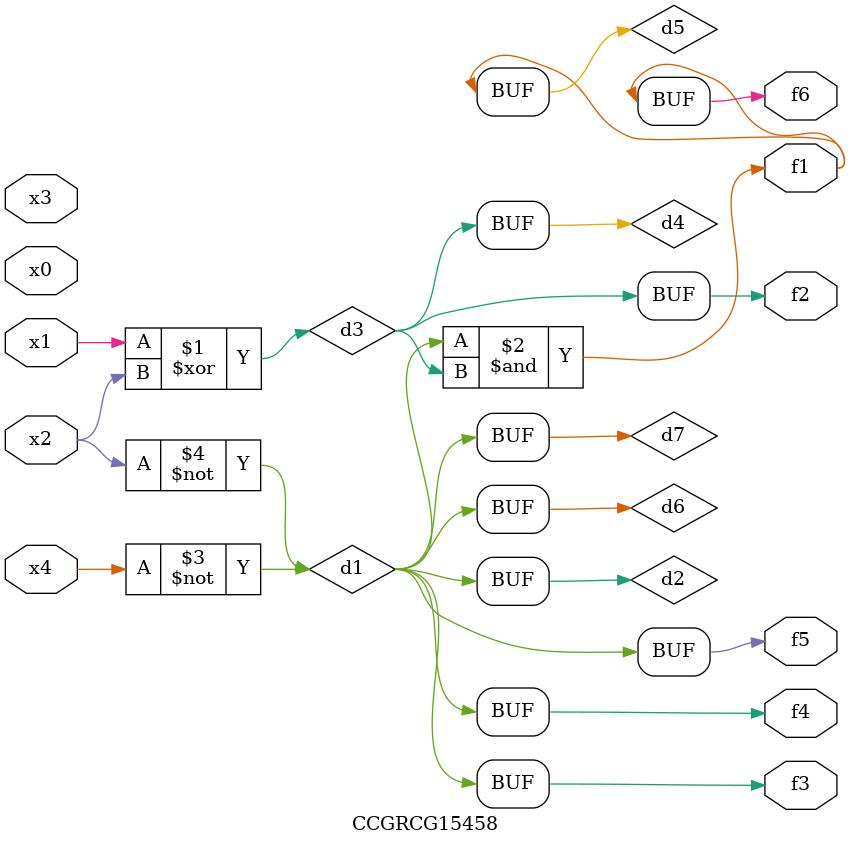
<source format=v>
module CCGRCG15458(
	input x0, x1, x2, x3, x4,
	output f1, f2, f3, f4, f5, f6
);

	wire d1, d2, d3, d4, d5, d6, d7;

	not (d1, x4);
	not (d2, x2);
	xor (d3, x1, x2);
	buf (d4, d3);
	and (d5, d1, d3);
	buf (d6, d1, d2);
	buf (d7, d2);
	assign f1 = d5;
	assign f2 = d4;
	assign f3 = d7;
	assign f4 = d7;
	assign f5 = d7;
	assign f6 = d5;
endmodule

</source>
